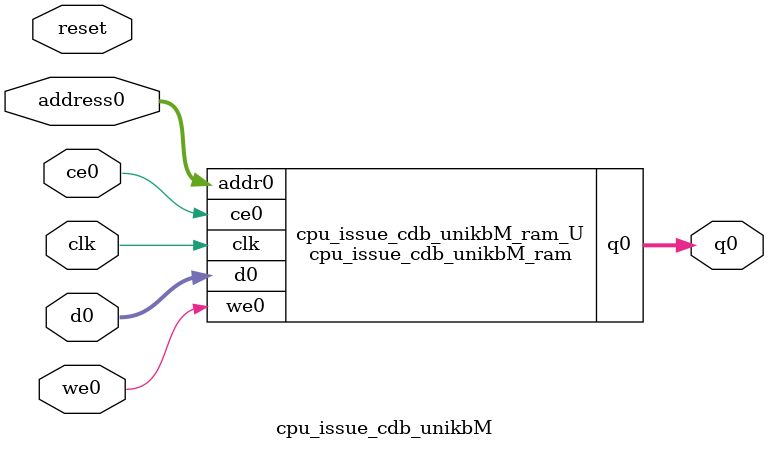
<source format=v>

`timescale 1 ns / 1 ps
module cpu_issue_cdb_unikbM_ram (addr0, ce0, d0, we0, q0,  clk);

parameter DWIDTH = 64;
parameter AWIDTH = 2;
parameter MEM_SIZE = 4;

input[AWIDTH-1:0] addr0;
input ce0;
input[DWIDTH-1:0] d0;
input we0;
output reg[DWIDTH-1:0] q0;
input clk;

(* ram_style = "distributed" *)reg [DWIDTH-1:0] ram[0:MEM_SIZE-1];




always @(posedge clk)  
begin 
    if (ce0) 
    begin
        if (we0) 
        begin 
            ram[addr0] <= d0; 
            q0 <= d0;
        end 
        else 
            q0 <= ram[addr0];
    end
end


endmodule


`timescale 1 ns / 1 ps
module cpu_issue_cdb_unikbM(
    reset,
    clk,
    address0,
    ce0,
    we0,
    d0,
    q0);

parameter DataWidth = 32'd64;
parameter AddressRange = 32'd4;
parameter AddressWidth = 32'd2;
input reset;
input clk;
input[AddressWidth - 1:0] address0;
input ce0;
input we0;
input[DataWidth - 1:0] d0;
output[DataWidth - 1:0] q0;



cpu_issue_cdb_unikbM_ram cpu_issue_cdb_unikbM_ram_U(
    .clk( clk ),
    .addr0( address0 ),
    .ce0( ce0 ),
    .we0( we0 ),
    .d0( d0 ),
    .q0( q0 ));

endmodule


</source>
